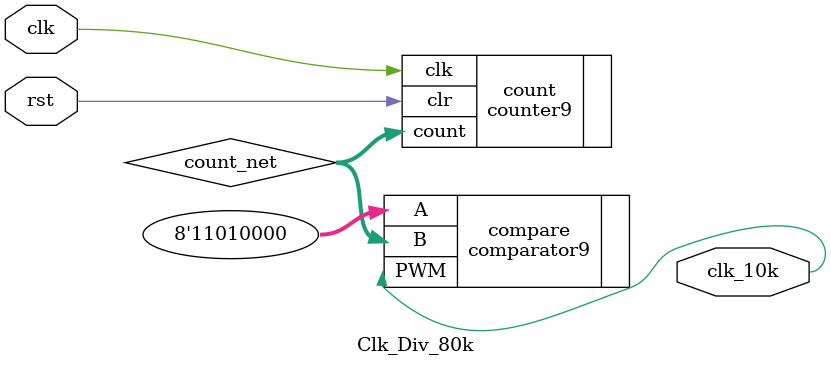
<source format=v>
`timescale 1ns / 1ps


module Clk_Div_80k(
    input clk,
    input rst,
    output clk_10k
    );
   
        wire [7:0] count_net;
        
        comparator9 compare (
        .A(8'b11010000),
        .B(count_net),
        .PWM(clk_10k)
        );
        
        counter9 count (
        .clr(rst),
        .clk(clk),
        .count(count_net)  
        );
        
       
endmodule

</source>
